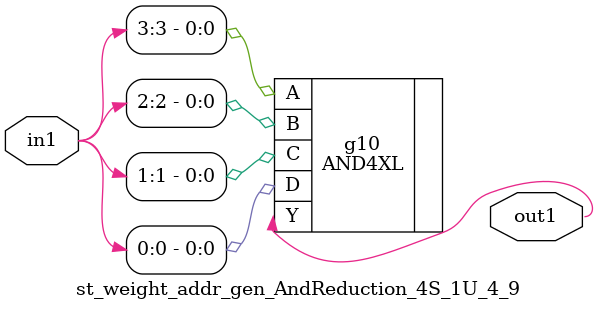
<source format=v>
`timescale 1ps / 1ps


module st_weight_addr_gen_AndReduction_4S_1U_4_9(in1, out1);
  input [3:0] in1;
  output out1;
  wire [3:0] in1;
  wire out1;
  AND4XL g10(.A (in1[3]), .B (in1[2]), .C (in1[1]), .D (in1[0]), .Y
       (out1));
endmodule



</source>
